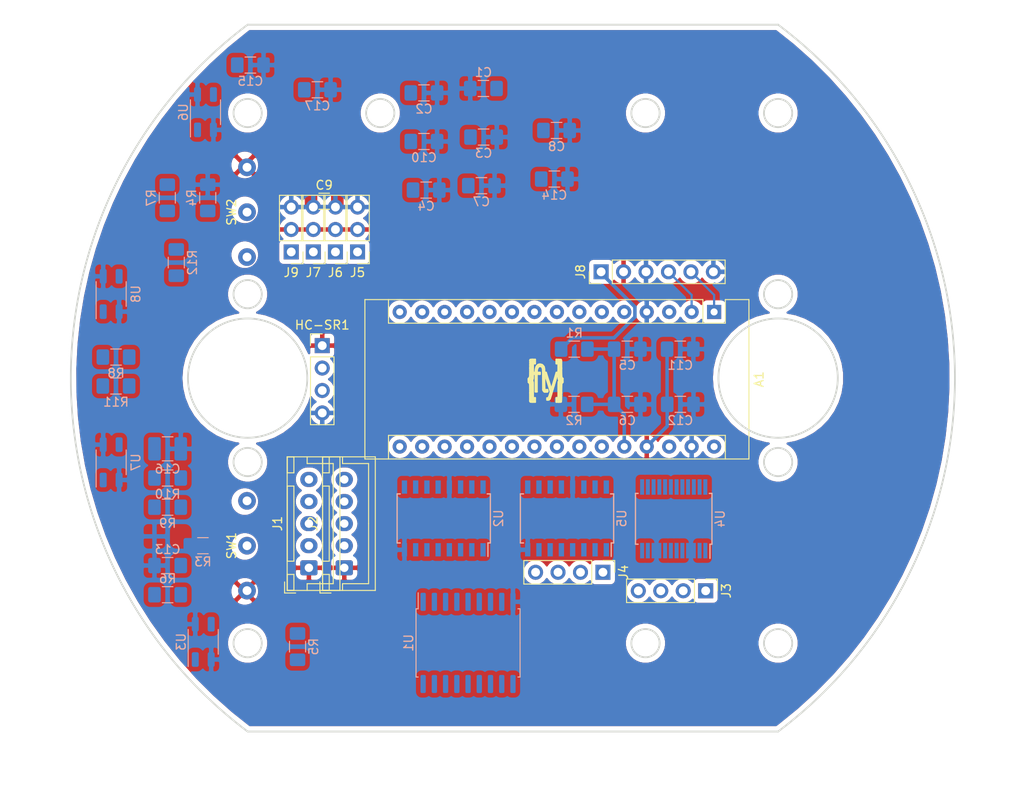
<source format=kicad_pcb>
(kicad_pcb (version 20171130) (host pcbnew "(5.1.4-0-10_14)")
  (layers (0 F.Cu signal hide) (31 B.Cu signal) (34 B.Paste user) (35 F.Paste user hide) (36 B.SilkS user) (37 F.SilkS user hide) (38 B.Mask user) (39 F.Mask user hide) (44 Edge.Cuts user))
  (net 0 "")
  (net 1 +5V)
  (net 2 GND)
  (net 3 SwFR)
  (net 4 SwFL)
  (net 5 "Net-(A1-Pad30)")
  (net 6 RCLK)
  (net 7 "Net-(A1-Pad28)")
  (net 8 SRCLK)
  (net 9 DATA)
  (net 10 "Net-(A1-Pad3)")
  (net 11 "Net-(A1-Pad18)")
  (net 12 RX)
  (net 13 "Net-(A1-Pad17)")
  (net 14 TX)
  (net 15 "Net-(U1-Pad7)")
  (net 16 "Net-(U1-Pad6)")
  (net 17 "Net-(U1-Pad5)")
  (net 18 "Net-(U1-Pad4)")
  (net 19 +BATT)
  (net 20 Servo4)
  (net 21 Servo3)
  (net 22 Servo2)
  (net 23 Servo1)
  (net 24 "Net-(SW1-Pad3)")
  (net 25 "Net-(SW2-Pad3)")
  (net 26 "Net-(A1-Pad21)")
  (net 27 BatV)
  (net 28 Sonar)
  (net 29 M2PWM)
  (net 30 M1PWM)
  (net 31 "Net-(J1-Pad5)")
  (net 32 "Net-(J1-Pad4)")
  (net 33 "Net-(J1-Pad3)")
  (net 34 "Net-(J1-Pad2)")
  (net 35 "Net-(J2-Pad5)")
  (net 36 "Net-(J2-Pad4)")
  (net 37 "Net-(J2-Pad3)")
  (net 38 "Net-(J2-Pad2)")
  (net 39 "Net-(J3-Pad4)")
  (net 40 "Net-(J3-Pad3)")
  (net 41 "Net-(J3-Pad2)")
  (net 42 "Net-(J3-Pad1)")
  (net 43 "Net-(U1-Pad8)")
  (net 44 "Net-(U1-Pad3)")
  (net 45 "Net-(U1-Pad2)")
  (net 46 "Net-(U1-Pad1)")
  (net 47 "Net-(U2-Pad9)")
  (net 48 "Net-(J4-Pad4)")
  (net 49 "Net-(J4-Pad3)")
  (net 50 "Net-(J4-Pad2)")
  (net 51 "Net-(J4-Pad1)")
  (net 52 OpFR)
  (net 53 "Net-(U4-Pad22)")
  (net 54 "Net-(U4-Pad21)")
  (net 55 "Net-(U4-Pad17)")
  (net 56 "Net-(U4-Pad16)")
  (net 57 "Net-(U5-Pad9)")
  (net 58 OpMR)
  (net 59 OpML)
  (net 60 OpFL)
  (net 61 "Net-(R5-Pad1)")
  (net 62 "Net-(R7-Pad1)")
  (net 63 "Net-(R9-Pad1)")
  (net 64 "Net-(R11-Pad1)")
  (net 65 "Net-(A1-Pad20)")
  (net 66 "Net-(A1-Pad19)")
  (module Capacitor_SMD:C_1206_3216Metric_Pad1.42x1.75mm_HandSolder (layer B.Cu) (at 162.0125 92.5)
    (fp_text reference C6 (at 0 1.82) (layer B.SilkS) (effects (justify mirror)))
    (fp_text value 10uF)
    (pad 2 smd roundrect (at 1.4875 0) (size 1.425 1.75) (layers B.Cu B.Paste B.Mask) (roundrect_rratio 0.175439) (net 2 GND))
    (pad 1 smd roundrect (at -1.4875 0) (size 1.425 1.75) (layers B.Cu B.Paste B.Mask) (roundrect_rratio 0.175439) (net 27 BatV))
  )
  (module Capacitor_SMD:C_1206_3216Metric_Pad1.42x1.75mm_HandSolder (layer B.Cu) (at 153.7625 67)
    (fp_text reference C14 (at 0 1.82) (layer B.SilkS) (effects (justify mirror)))
    (fp_text value 100pF)
    (pad 2 smd roundrect (at 1.4875 0) (size 1.425 1.75) (layers B.Cu B.Paste B.Mask) (roundrect_rratio 0.175439) (net 2 GND))
    (pad 1 smd roundrect (at -1.4875 0) (size 1.425 1.75) (layers B.Cu B.Paste B.Mask) (roundrect_rratio 0.175439) (net 1 +5V))
  )
  (module Capacitor_SMD:C_1206_3216Metric_Pad1.42x1.75mm_HandSolder (layer B.Cu) (at 168.0125 92.5)
    (fp_text reference C12 (at 0 1.82) (layer B.SilkS) (effects (justify mirror)))
    (fp_text value 10uF)
    (pad 2 smd roundrect (at 1.4875 0) (size 1.425 1.75) (layers B.Cu B.Paste B.Mask) (roundrect_rratio 0.175439) (net 2 GND))
    (pad 1 smd roundrect (at -1.4875 0) (size 1.425 1.75) (layers B.Cu B.Paste B.Mask) (roundrect_rratio 0.175439) (net 1 +5V))
  )
  (module Capacitor_SMD:C_1206_3216Metric_Pad1.42x1.75mm_HandSolder (layer B.Cu) (at 168 86.25)
    (fp_text reference C11 (at 0 1.82) (layer B.SilkS) (effects (justify mirror)))
    (fp_text value 100pF)
    (pad 2 smd roundrect (at 1.4875 0) (size 1.425 1.75) (layers B.Cu B.Paste B.Mask) (roundrect_rratio 0.175439) (net 2 GND))
    (pad 1 smd roundrect (at -1.4875 0) (size 1.425 1.75) (layers B.Cu B.Paste B.Mask) (roundrect_rratio 0.175439) (net 1 +5V))
  )
  (module Capacitor_SMD:C_1206_3216Metric_Pad1.42x1.75mm_HandSolder (layer B.Cu) (at 139.0125 62.75)
    (fp_text reference C10 (at 0 1.82) (layer B.SilkS) (effects (justify mirror)))
    (fp_text value 10uF)
    (pad 2 smd roundrect (at 1.4875 0) (size 1.425 1.75) (layers B.Cu B.Paste B.Mask) (roundrect_rratio 0.175439) (net 2 GND))
    (pad 1 smd roundrect (at -1.4875 0) (size 1.425 1.75) (layers B.Cu B.Paste B.Mask) (roundrect_rratio 0.175439) (net 1 +5V))
  )
  (module Capacitor_SMD:C_1206_3216Metric_Pad1.42x1.75mm_HandSolder (layer F.Cu) (at 127.725001 69.515001)
    (fp_text reference C9 (at 0 -1.82) (layer F.SilkS))
    (fp_text value 100pF)
    (pad 2 smd roundrect (at 1.4875 0) (size 1.425 1.75) (layers F.Cu F.Paste F.Mask) (roundrect_rratio 0.175439) (net 2 GND))
    (pad 1 smd roundrect (at -1.4875 0) (size 1.425 1.75) (layers F.Cu F.Paste F.Mask) (roundrect_rratio 0.175439) (net 1 +5V))
  )
  (module Capacitor_SMD:C_1206_3216Metric_Pad1.42x1.75mm_HandSolder (layer B.Cu) (at 154.0125 61.5)
    (fp_text reference C8 (at 0 1.82) (layer B.SilkS) (effects (justify mirror)))
    (fp_text value 10uF)
    (pad 2 smd roundrect (at 1.4875 0) (size 1.425 1.75) (layers B.Cu B.Paste B.Mask) (roundrect_rratio 0.175439) (net 2 GND))
    (pad 1 smd roundrect (at -1.4875 0) (size 1.425 1.75) (layers B.Cu B.Paste B.Mask) (roundrect_rratio 0.175439) (net 1 +5V))
  )
  (module Capacitor_SMD:C_1206_3216Metric_Pad1.42x1.75mm_HandSolder (layer B.Cu) (at 145.5125 67.75)
    (fp_text reference C7 (at 0 1.82) (layer B.SilkS) (effects (justify mirror)))
    (fp_text value 100pF)
    (pad 2 smd roundrect (at 1.4875 0) (size 1.425 1.75) (layers B.Cu B.Paste B.Mask) (roundrect_rratio 0.175439) (net 2 GND))
    (pad 1 smd roundrect (at -1.4875 0) (size 1.425 1.75) (layers B.Cu B.Paste B.Mask) (roundrect_rratio 0.175439) (net 1 +5V))
  )
  (module Capacitor_SMD:C_1206_3216Metric_Pad1.42x1.75mm_HandSolder (layer B.Cu) (at 139.2625 68.25)
    (fp_text reference C4 (at 0 1.82) (layer B.SilkS) (effects (justify mirror)))
    (fp_text value 100pF)
    (pad 2 smd roundrect (at 1.4875 0) (size 1.425 1.75) (layers B.Cu B.Paste B.Mask) (roundrect_rratio 0.175439) (net 2 GND))
    (pad 1 smd roundrect (at -1.4875 0) (size 1.425 1.75) (layers B.Cu B.Paste B.Mask) (roundrect_rratio 0.175439) (net 1 +5V))
  )
  (module Capacitor_SMD:C_1206_3216Metric_Pad1.42x1.75mm_HandSolder (layer B.Cu) (at 145.7625 62.25)
    (fp_text reference C3 (at 0 1.82) (layer B.SilkS) (effects (justify mirror)))
    (fp_text value 10uF)
    (pad 2 smd roundrect (at 1.4875 0) (size 1.425 1.75) (layers B.Cu B.Paste B.Mask) (roundrect_rratio 0.175439) (net 2 GND))
    (pad 1 smd roundrect (at -1.4875 0) (size 1.425 1.75) (layers B.Cu B.Paste B.Mask) (roundrect_rratio 0.175439) (net 1 +5V))
  )
  (module Capacitor_SMD:C_1206_3216Metric_Pad1.42x1.75mm_HandSolder (layer B.Cu) (at 139.0125 57.25)
    (fp_text reference C2 (at 0 1.82) (layer B.SilkS) (effects (justify mirror)))
    (fp_text value 100pF)
    (pad 2 smd roundrect (at 1.4875 0) (size 1.425 1.75) (layers B.Cu B.Paste B.Mask) (roundrect_rratio 0.175439) (net 2 GND))
    (pad 1 smd roundrect (at -1.4875 0) (size 1.425 1.75) (layers B.Cu B.Paste B.Mask) (roundrect_rratio 0.175439) (net 1 +5V))
  )
  (module Capacitor_SMD:C_1206_3216Metric_Pad1.42x1.75mm_HandSolder (layer B.Cu) (at 145.7375 56.75 180)
    (fp_text reference C1 (at 0 1.82) (layer B.SilkS) (effects (justify mirror)))
    (fp_text value 100pF)
    (pad 2 smd roundrect (at 1.4875 0 180) (size 1.425 1.75) (layers B.Cu B.Paste B.Mask) (roundrect_rratio 0.175439) (net 2 GND))
    (pad 1 smd roundrect (at -1.4875 0 180) (size 1.425 1.75) (layers B.Cu B.Paste B.Mask) (roundrect_rratio 0.175439) (net 1 +5V))
  )
  (module Resistor_SMD:R_1206_3216Metric_Pad1.42x1.75mm_HandSolder (layer B.Cu) (at 110.0185 100.838)
    (fp_text reference R10 (at 0 1.82) (layer B.SilkS) (effects (justify mirror)))
    (fp_text value 10k)
    (pad 2 smd roundrect (at 1.4875 0) (size 1.425 1.75) (layers B.Cu B.Paste B.Mask) (roundrect_rratio 0.175439) (net 1 +5V))
    (pad 1 smd roundrect (at -1.4875 0) (size 1.425 1.75) (layers B.Cu B.Paste B.Mask) (roundrect_rratio 0.175439) (net 58 OpMR))
  )
  (module Resistor_SMD:R_1206_3216Metric_Pad1.42x1.75mm_HandSolder (layer B.Cu) (at 110.0185 104.14)
    (fp_text reference R9 (at 0 1.82) (layer B.SilkS) (effects (justify mirror)))
    (fp_text value 100)
    (pad 2 smd roundrect (at 1.4875 0) (size 1.425 1.75) (layers B.Cu B.Paste B.Mask) (roundrect_rratio 0.175439) (net 1 +5V))
    (pad 1 smd roundrect (at -1.4875 0) (size 1.425 1.75) (layers B.Cu B.Paste B.Mask) (roundrect_rratio 0.175439) (net 63 "Net-(R9-Pad1)"))
  )
  (module Resistor_SMD:R_1206_3216Metric_Pad1.42x1.75mm_HandSolder (layer B.Cu) (at 104.183001 87.148999)
    (fp_text reference R8 (at 0 1.82) (layer B.SilkS) (effects (justify mirror)))
    (fp_text value 10k)
    (pad 2 smd roundrect (at 1.4875 0) (size 1.425 1.75) (layers B.Cu B.Paste B.Mask) (roundrect_rratio 0.175439) (net 1 +5V))
    (pad 1 smd roundrect (at -1.4875 0) (size 1.425 1.75) (layers B.Cu B.Paste B.Mask) (roundrect_rratio 0.175439) (net 59 OpML))
  )
  (module Resistor_SMD:R_1206_3216Metric_Pad1.42x1.75mm_HandSolder (layer B.Cu) (at 110.0185 114.046 180)
    (fp_text reference R6 (at 0 1.82) (layer B.SilkS) (effects (justify mirror)))
    (fp_text value 10k)
    (pad 2 smd roundrect (at 1.4875 0 180) (size 1.425 1.75) (layers B.Cu B.Paste B.Mask) (roundrect_rratio 0.175439) (net 1 +5V))
    (pad 1 smd roundrect (at -1.4875 0 180) (size 1.425 1.75) (layers B.Cu B.Paste B.Mask) (roundrect_rratio 0.175439) (net 60 OpFL))
  )
  (module Resistor_SMD:R_1206_3216Metric_Pad1.42x1.75mm_HandSolder (layer B.Cu) (at 124.714 119.9245 90)
    (fp_text reference R5 (at 0 1.82 90) (layer B.SilkS) (effects (justify mirror)))
    (fp_text value 100)
    (pad 2 smd roundrect (at 1.4875 0 90) (size 1.425 1.75) (layers B.Cu B.Paste B.Mask) (roundrect_rratio 0.175439) (net 1 +5V))
    (pad 1 smd roundrect (at -1.4875 0 90) (size 1.425 1.75) (layers B.Cu B.Paste B.Mask) (roundrect_rratio 0.175439) (net 61 "Net-(R5-Pad1)"))
  )
  (module Resistor_SMD:R_1206_3216Metric_Pad1.42x1.75mm_HandSolder (layer B.Cu) (at 109.982 69.1245 270)
    (fp_text reference R7 (at 0 1.82 90) (layer B.SilkS) (effects (justify mirror)))
    (fp_text value 100)
    (pad 2 smd roundrect (at 1.4875 0 270) (size 1.425 1.75) (layers B.Cu B.Paste B.Mask) (roundrect_rratio 0.175439) (net 1 +5V))
    (pad 1 smd roundrect (at -1.4875 0 270) (size 1.425 1.75) (layers B.Cu B.Paste B.Mask) (roundrect_rratio 0.175439) (net 62 "Net-(R7-Pad1)"))
  )
  (module Resistor_SMD:R_1206_3216Metric_Pad1.42x1.75mm_HandSolder (layer B.Cu) (at 110.998 76.454 90)
    (fp_text reference R12 (at 0 1.82 90) (layer B.SilkS) (effects (justify mirror)))
    (fp_text value 10k)
    (pad 2 smd roundrect (at 1.4875 0 90) (size 1.425 1.75) (layers B.Cu B.Paste B.Mask) (roundrect_rratio 0.175439) (net 1 +5V))
    (pad 1 smd roundrect (at -1.4875 0 90) (size 1.425 1.75) (layers B.Cu B.Paste B.Mask) (roundrect_rratio 0.175439) (net 52 OpFR))
  )
  (module Resistor_SMD:R_1206_3216Metric_Pad1.42x1.75mm_HandSolder (layer B.Cu) (at 104.1765 90.424)
    (fp_text reference R11 (at 0 1.82) (layer B.SilkS) (effects (justify mirror)))
    (fp_text value 100)
    (pad 2 smd roundrect (at 1.4875 0) (size 1.425 1.75) (layers B.Cu B.Paste B.Mask) (roundrect_rratio 0.175439) (net 1 +5V))
    (pad 1 smd roundrect (at -1.4875 0) (size 1.425 1.75) (layers B.Cu B.Paste B.Mask) (roundrect_rratio 0.175439) (net 64 "Net-(R11-Pad1)"))
  )
  (module Resistor_SMD:R_1206_3216Metric_Pad1.42x1.75mm_HandSolder (layer B.Cu) (at 114.554 69.1245 270)
    (fp_text reference R4 (at 0 1.82 90) (layer B.SilkS) (effects (justify mirror)))
    (fp_text value 10k)
    (pad 2 smd roundrect (at 1.4875 0 270) (size 1.425 1.75) (layers B.Cu B.Paste B.Mask) (roundrect_rratio 0.175439) (net 3 SwFR))
    (pad 1 smd roundrect (at -1.4875 0 270) (size 1.425 1.75) (layers B.Cu B.Paste B.Mask) (roundrect_rratio 0.175439) (net 2 GND))
  )
  (module Resistor_SMD:R_1206_3216Metric_Pad1.42x1.75mm_HandSolder (layer B.Cu) (at 114.0125 108.5)
    (fp_text reference R3 (at 0 1.82) (layer B.SilkS) (effects (justify mirror)))
    (fp_text value 10k)
    (pad 2 smd roundrect (at 1.4875 0) (size 1.425 1.75) (layers B.Cu B.Paste B.Mask) (roundrect_rratio 0.175439) (net 4 SwFL))
    (pad 1 smd roundrect (at -1.4875 0) (size 1.425 1.75) (layers B.Cu B.Paste B.Mask) (roundrect_rratio 0.175439) (net 2 GND))
  )
  (module Resistor_SMD:R_1206_3216Metric_Pad1.42x1.75mm_HandSolder (layer B.Cu) (at 155.9875 92.5)
    (fp_text reference R2 (at 0 1.82) (layer B.SilkS) (effects (justify mirror)))
    (fp_text value 10k)
    (pad 2 smd roundrect (at 1.4875 0) (size 1.425 1.75) (layers B.Cu B.Paste B.Mask) (roundrect_rratio 0.175439) (net 27 BatV))
    (pad 1 smd roundrect (at -1.4875 0) (size 1.425 1.75) (layers B.Cu B.Paste B.Mask) (roundrect_rratio 0.175439) (net 2 GND))
  )
  (module Resistor_SMD:R_1206_3216Metric_Pad1.42x1.75mm_HandSolder (layer B.Cu) (at 156.0125 86.25 180)
    (fp_text reference R1 (at 0 1.82) (layer B.SilkS) (effects (justify mirror)))
    (fp_text value 10k)
    (pad 2 smd roundrect (at 1.4875 0 180) (size 1.425 1.75) (layers B.Cu B.Paste B.Mask) (roundrect_rratio 0.175439) (net 19 +BATT))
    (pad 1 smd roundrect (at -1.4875 0 180) (size 1.425 1.75) (layers B.Cu B.Paste B.Mask) (roundrect_rratio 0.175439) (net 27 BatV))
  )
  (module Capacitor_SMD:C_1206_3216Metric_Pad1.42x1.75mm_HandSolder (layer B.Cu) (at 126.9635 56.896)
    (fp_text reference C17 (at 0 1.82) (layer B.SilkS) (effects (justify mirror)))
    (fp_text value 100pF)
    (pad 2 smd roundrect (at 1.4875 0) (size 1.425 1.75) (layers B.Cu B.Paste B.Mask) (roundrect_rratio 0.175439) (net 2 GND))
    (pad 1 smd roundrect (at -1.4875 0) (size 1.425 1.75) (layers B.Cu B.Paste B.Mask) (roundrect_rratio 0.175439) (net 52 OpFR))
  )
  (module Capacitor_SMD:C_1206_3216Metric_Pad1.42x1.75mm_HandSolder (layer B.Cu) (at 119.38 54.102)
    (fp_text reference C15 (at 0 1.82) (layer B.SilkS) (effects (justify mirror)))
    (fp_text value 100pF)
    (pad 2 smd roundrect (at 1.4875 0) (size 1.425 1.75) (layers B.Cu B.Paste B.Mask) (roundrect_rratio 0.175439) (net 2 GND))
    (pad 1 smd roundrect (at -1.4875 0) (size 1.425 1.75) (layers B.Cu B.Paste B.Mask) (roundrect_rratio 0.175439) (net 59 OpML))
  )
  (module Capacitor_SMD:C_1206_3216Metric_Pad1.42x1.75mm_HandSolder (layer B.Cu) (at 110.0185 110.744 180)
    (fp_text reference C13 (at 0 1.82) (layer B.SilkS) (effects (justify mirror)))
    (fp_text value 100pF)
    (pad 2 smd roundrect (at 1.4875 0 180) (size 1.425 1.75) (layers B.Cu B.Paste B.Mask) (roundrect_rratio 0.175439) (net 2 GND))
    (pad 1 smd roundrect (at -1.4875 0 180) (size 1.425 1.75) (layers B.Cu B.Paste B.Mask) (roundrect_rratio 0.175439) (net 60 OpFL))
  )
  (module Capacitor_SMD:C_1206_3216Metric_Pad1.42x1.75mm_HandSolder (layer B.Cu) (at 162.0125 86.25)
    (fp_text reference C5 (at 0 1.82) (layer B.SilkS) (effects (justify mirror)))
    (fp_text value 100pF)
    (pad 2 smd roundrect (at 1.4875 0) (size 1.425 1.75) (layers B.Cu B.Paste B.Mask) (roundrect_rratio 0.175439) (net 2 GND))
    (pad 1 smd roundrect (at -1.4875 0) (size 1.425 1.75) (layers B.Cu B.Paste B.Mask) (roundrect_rratio 0.175439) (net 27 BatV))
  )
  (module Connector_PinHeader_2.54mm:PinHeader_1x06_P2.54mm_Vertical (layer F.Cu) (at 159.05 77.5 90)
    (fp_text reference J8 (at 0 -2.33 90) (layer F.SilkS))
    (fp_text value MainIO)
    (pad 6 thru_hole oval (at 0 12.7 90) (size 1.7 1.7) (drill 1) (layers *.Cu *.Mask) (net 2 GND))
    (pad 5 thru_hole oval (at 0 10.16 90) (size 1.7 1.7) (drill 1) (layers *.Cu *.Mask) (net 14 TX))
    (pad 4 thru_hole oval (at 0 7.62 90) (size 1.7 1.7) (drill 1) (layers *.Cu *.Mask) (net 12 RX))
    (pad 3 thru_hole oval (at 0 5.08 90) (size 1.7 1.7) (drill 1) (layers *.Cu *.Mask) (net 2 GND))
    (pad 2 thru_hole oval (at 0 2.54 90) (size 1.7 1.7) (drill 1) (layers *.Cu *.Mask) (net 1 +5V))
    (pad 1 thru_hole rect (at 0 0 90) (size 1.7 1.7) (drill 1) (layers *.Cu *.Mask) (net 19 +BATT))
  )
  (module Connector_JST:JST_XH_B5B-XH-A_1x05_P2.50mm_Vertical (layer F.Cu) (at 130 111 90)
    (fp_text reference J2 (at 5 -3.55 90) (layer F.SilkS))
    (fp_text value Steper2)
    (pad 5 thru_hole oval (at 10 0 90) (size 1.7 1.95) (drill 0.95) (layers *.Cu *.Mask) (net 35 "Net-(J2-Pad5)"))
    (pad 4 thru_hole oval (at 7.5 0 90) (size 1.7 1.95) (drill 0.95) (layers *.Cu *.Mask) (net 36 "Net-(J2-Pad4)"))
    (pad 3 thru_hole oval (at 5 0 90) (size 1.7 1.95) (drill 0.95) (layers *.Cu *.Mask) (net 37 "Net-(J2-Pad3)"))
    (pad 2 thru_hole oval (at 2.5 0 90) (size 1.7 1.95) (drill 0.95) (layers *.Cu *.Mask) (net 38 "Net-(J2-Pad2)"))
    (pad 1 thru_hole roundrect (at 0 0 90) (size 1.7 1.95) (drill 0.95) (layers *.Cu *.Mask) (roundrect_rratio 0.147059) (net 1 +5V))
  )
  (module Connector_JST:JST_XH_B5B-XH-A_1x05_P2.50mm_Vertical (layer F.Cu) (at 126 111 90)
    (fp_text reference J1 (at 5 -3.55 90) (layer F.SilkS))
    (fp_text value Steper1)
    (pad 5 thru_hole oval (at 10 0 90) (size 1.7 1.95) (drill 0.95) (layers *.Cu *.Mask) (net 31 "Net-(J1-Pad5)"))
    (pad 4 thru_hole oval (at 7.5 0 90) (size 1.7 1.95) (drill 0.95) (layers *.Cu *.Mask) (net 32 "Net-(J1-Pad4)"))
    (pad 3 thru_hole oval (at 5 0 90) (size 1.7 1.95) (drill 0.95) (layers *.Cu *.Mask) (net 33 "Net-(J1-Pad3)"))
    (pad 2 thru_hole oval (at 2.5 0 90) (size 1.7 1.95) (drill 0.95) (layers *.Cu *.Mask) (net 34 "Net-(J1-Pad2)"))
    (pad 1 thru_hole roundrect (at 0 0 90) (size 1.7 1.95) (drill 0.95) (layers *.Cu *.Mask) (roundrect_rratio 0.147059) (net 1 +5V))
  )
  (module Capacitor_SMD:C_1210_3225Metric_Pad1.42x2.65mm_HandSolder (layer B.Cu) (at 110.0185 97.536)
    (fp_text reference C16 (at 0 2.28) (layer B.SilkS) (effects (justify mirror)))
    (fp_text value 100pF)
    (pad 2 smd roundrect (at 1.4875 0) (size 1.425 2.65) (layers B.Cu B.Paste B.Mask) (roundrect_rratio 0.175439) (net 2 GND))
    (pad 1 smd roundrect (at -1.4875 0) (size 1.425 2.65) (layers B.Cu B.Paste B.Mask) (roundrect_rratio 0.175439) (net 58 OpMR))
  )
  (module OptoDevice:OnSemi_CASE100CY (layer B.Cu) (at 103.632 80.01)
    (fp_text reference U8 (at 2.794 0 90) (layer B.SilkS) (effects (justify mirror)))
    (fp_text value QRE1113)
    (pad 4 smd roundrect (at 0.9 2) (size 0.79 1.66) (layers B.Cu B.Paste B.Mask) (net 2 GND))
    (pad 1 smd roundrect (at -0.9 2) (size 0.79 1.66) (layers B.Cu B.Paste B.Mask) (net 64 "Net-(R11-Pad1)"))
    (pad 2 smd roundrect (at -0.9 -2) (size 0.79 1.66) (layers B.Cu B.Paste B.Mask) (net 2 GND))
    (pad 3 smd roundrect (at 0.9 -2) (size 0.79 1.66) (layers B.Cu B.Paste B.Mask) (net 52 OpFR))
  )
  (module OptoDevice:OnSemi_CASE100CY (layer B.Cu) (at 103.632 99.06)
    (fp_text reference U7 (at 2.794 0 90) (layer B.SilkS) (effects (justify mirror)))
    (fp_text value QRE1113)
    (pad 4 smd roundrect (at 0.9 2) (size 0.79 1.66) (layers B.Cu B.Paste B.Mask) (net 2 GND))
    (pad 1 smd roundrect (at -0.9 2) (size 0.79 1.66) (layers B.Cu B.Paste B.Mask) (net 63 "Net-(R9-Pad1)"))
    (pad 2 smd roundrect (at -0.9 -2) (size 0.79 1.66) (layers B.Cu B.Paste B.Mask) (net 2 GND))
    (pad 3 smd roundrect (at 0.9 -2) (size 0.79 1.66) (layers B.Cu B.Paste B.Mask) (net 58 OpMR))
  )
  (module OptoDevice:OnSemi_CASE100CY (layer B.Cu) (at 114.3 59.436)
    (fp_text reference U6 (at -2.5 0 90) (layer B.SilkS) (effects (justify mirror)))
    (fp_text value QRE1113)
    (pad 4 smd roundrect (at 0.9 2) (size 0.79 1.66) (layers B.Cu B.Paste B.Mask) (net 2 GND))
    (pad 1 smd roundrect (at -0.9 2) (size 0.79 1.66) (layers B.Cu B.Paste B.Mask) (net 62 "Net-(R7-Pad1)"))
    (pad 2 smd roundrect (at -0.9 -2) (size 0.79 1.66) (layers B.Cu B.Paste B.Mask) (net 2 GND))
    (pad 3 smd roundrect (at 0.9 -2) (size 0.79 1.66) (layers B.Cu B.Paste B.Mask) (net 59 OpML))
  )
  (module OptoDevice:OnSemi_CASE100CY (layer B.Cu) (at 114.046 119.38)
    (fp_text reference U3 (at -2.5 0 90) (layer B.SilkS) (effects (justify mirror)))
    (fp_text value QRE1113)
    (pad 4 smd roundrect (at 0.9 2) (size 0.79 1.66) (layers B.Cu B.Paste B.Mask) (net 2 GND))
    (pad 1 smd roundrect (at -0.9 2) (size 0.79 1.66) (layers B.Cu B.Paste B.Mask) (net 61 "Net-(R5-Pad1)"))
    (pad 2 smd roundrect (at -0.9 -2) (size 0.79 1.66) (layers B.Cu B.Paste B.Mask) (net 2 GND))
    (pad 3 smd roundrect (at 0.9 -2) (size 0.79 1.66) (layers B.Cu B.Paste B.Mask) (net 60 OpFL))
  )
  (module Connector_PinHeader_2.54mm:PinHeader_1x04_P2.54mm_Vertical (layer F.Cu) (at 159.258 111.506 270)
    (fp_text reference J4 (at 0 -2.33 90) (layer F.SilkS))
    (fp_text value "4 x OP")
    (pad 4 thru_hole oval (at 0 7.62 270) (size 1.7 1.7) (drill 1) (layers *.Cu *.Mask) (net 48 "Net-(J4-Pad4)"))
    (pad 3 thru_hole oval (at 0 5.08 270) (size 1.7 1.7) (drill 1) (layers *.Cu *.Mask) (net 49 "Net-(J4-Pad3)"))
    (pad 2 thru_hole oval (at 0 2.54 270) (size 1.7 1.7) (drill 1) (layers *.Cu *.Mask) (net 50 "Net-(J4-Pad2)"))
    (pad 1 thru_hole rect (at 0 0 270) (size 1.7 1.7) (drill 1) (layers *.Cu *.Mask) (net 51 "Net-(J4-Pad1)"))
  )
  (module Module:Arduino_Nano (layer F.Cu) (at 171.831 82.042 270)
    (fp_text reference A1 (at 7.62 -5.08 90) (layer F.SilkS))
    (fp_text value Arduino_Nano_v3.x)
    (pad 16 thru_hole oval (at 15.24 35.56 270) (size 1.6 1.6) (drill 0.8) (layers *.Cu *.Mask) (net 4 SwFL))
    (pad 15 thru_hole oval (at 0 35.56 270) (size 1.6 1.6) (drill 0.8) (layers *.Cu *.Mask) (net 3 SwFR))
    (pad 30 thru_hole oval (at 15.24 0 270) (size 1.6 1.6) (drill 0.8) (layers *.Cu *.Mask) (net 5 "Net-(A1-Pad30)"))
    (pad 14 thru_hole oval (at 0 33.02 270) (size 1.6 1.6) (drill 0.8) (layers *.Cu *.Mask) (net 8 SRCLK))
    (pad 29 thru_hole oval (at 15.24 2.54 270) (size 1.6 1.6) (drill 0.8) (layers *.Cu *.Mask) (net 2 GND))
    (pad 13 thru_hole oval (at 0 30.48 270) (size 1.6 1.6) (drill 0.8) (layers *.Cu *.Mask) (net 6 RCLK))
    (pad 28 thru_hole oval (at 15.24 5.08 270) (size 1.6 1.6) (drill 0.8) (layers *.Cu *.Mask) (net 7 "Net-(A1-Pad28)"))
    (pad 12 thru_hole oval (at 0 27.94 270) (size 1.6 1.6) (drill 0.8) (layers *.Cu *.Mask) (net 9 DATA))
    (pad 27 thru_hole oval (at 15.24 7.62 270) (size 1.6 1.6) (drill 0.8) (layers *.Cu *.Mask) (net 1 +5V))
    (pad 11 thru_hole oval (at 0 25.4 270) (size 1.6 1.6) (drill 0.8) (layers *.Cu *.Mask) (net 20 Servo4))
    (pad 26 thru_hole oval (at 15.24 10.16 270) (size 1.6 1.6) (drill 0.8) (layers *.Cu *.Mask) (net 27 BatV))
    (pad 10 thru_hole oval (at 0 22.86 270) (size 1.6 1.6) (drill 0.8) (layers *.Cu *.Mask) (net 21 Servo3))
    (pad 25 thru_hole oval (at 15.24 12.7 270) (size 1.6 1.6) (drill 0.8) (layers *.Cu *.Mask) (net 52 OpFR))
    (pad 9 thru_hole oval (at 0 20.32 270) (size 1.6 1.6) (drill 0.8) (layers *.Cu *.Mask) (net 29 M2PWM))
    (pad 24 thru_hole oval (at 15.24 15.24 270) (size 1.6 1.6) (drill 0.8) (layers *.Cu *.Mask) (net 58 OpMR))
    (pad 8 thru_hole oval (at 0 17.78 270) (size 1.6 1.6) (drill 0.8) (layers *.Cu *.Mask) (net 30 M1PWM))
    (pad 23 thru_hole oval (at 15.24 17.78 270) (size 1.6 1.6) (drill 0.8) (layers *.Cu *.Mask) (net 59 OpML))
    (pad 7 thru_hole oval (at 0 15.24 270) (size 1.6 1.6) (drill 0.8) (layers *.Cu *.Mask) (net 28 Sonar))
    (pad 22 thru_hole oval (at 15.24 20.32 270) (size 1.6 1.6) (drill 0.8) (layers *.Cu *.Mask) (net 60 OpFL))
    (pad 6 thru_hole oval (at 0 12.7 270) (size 1.6 1.6) (drill 0.8) (layers *.Cu *.Mask) (net 22 Servo2))
    (pad 21 thru_hole oval (at 15.24 22.86 270) (size 1.6 1.6) (drill 0.8) (layers *.Cu *.Mask) (net 26 "Net-(A1-Pad21)"))
    (pad 5 thru_hole oval (at 0 10.16 270) (size 1.6 1.6) (drill 0.8) (layers *.Cu *.Mask) (net 23 Servo1))
    (pad 20 thru_hole oval (at 15.24 25.4 270) (size 1.6 1.6) (drill 0.8) (layers *.Cu *.Mask) (net 65 "Net-(A1-Pad20)"))
    (pad 4 thru_hole oval (at 0 7.62 270) (size 1.6 1.6) (drill 0.8) (layers *.Cu *.Mask) (net 2 GND))
    (pad 19 thru_hole oval (at 15.24 27.94 270) (size 1.6 1.6) (drill 0.8) (layers *.Cu *.Mask) (net 66 "Net-(A1-Pad19)"))
    (pad 3 thru_hole oval (at 0 5.08 270) (size 1.6 1.6) (drill 0.8) (layers *.Cu *.Mask) (net 10 "Net-(A1-Pad3)"))
    (pad 18 thru_hole oval (at 15.24 30.48 270) (size 1.6 1.6) (drill 0.8) (layers *.Cu *.Mask) (net 11 "Net-(A1-Pad18)"))
    (pad 2 thru_hole oval (at 0 2.54 270) (size 1.6 1.6) (drill 0.8) (layers *.Cu *.Mask) (net 12 RX))
    (pad 17 thru_hole oval (at 15.24 33.02 270) (size 1.6 1.6) (drill 0.8) (layers *.Cu *.Mask) (net 13 "Net-(A1-Pad17)"))
    (pad 1 thru_hole rect (at 0 0 270) (size 1.6 1.6) (drill 0.8) (layers *.Cu *.Mask) (net 14 TX))
  )
  (module Package_SO:SOIC-18W_7.5x11.6mm_P1.27mm (layer B.Cu) (at 144 119.5 270)
    (fp_text reference U1 (at 0 6.72 90) (layer B.SilkS) (effects (justify mirror)))
    (fp_text value ULN2003A)
    (pad 18 smd roundrect (at 4.65 5.08 270) (size 2.05 0.6) (layers B.Cu B.Paste B.Mask) (net 34 "Net-(J1-Pad2)"))
    (pad 17 smd roundrect (at 4.65 3.81 270) (size 2.05 0.6) (layers B.Cu B.Paste B.Mask) (net 33 "Net-(J1-Pad3)"))
    (pad 16 smd roundrect (at 4.65 2.54 270) (size 2.05 0.6) (layers B.Cu B.Paste B.Mask) (net 32 "Net-(J1-Pad4)"))
    (pad 15 smd roundrect (at 4.65 1.27 270) (size 2.05 0.6) (layers B.Cu B.Paste B.Mask) (net 31 "Net-(J1-Pad5)"))
    (pad 14 smd roundrect (at 4.65 0 270) (size 2.05 0.6) (layers B.Cu B.Paste B.Mask) (net 38 "Net-(J2-Pad2)"))
    (pad 13 smd roundrect (at 4.65 -1.27 270) (size 2.05 0.6) (layers B.Cu B.Paste B.Mask) (net 37 "Net-(J2-Pad3)"))
    (pad 12 smd roundrect (at 4.65 -2.54 270) (size 2.05 0.6) (layers B.Cu B.Paste B.Mask) (net 36 "Net-(J2-Pad4)"))
    (pad 11 smd roundrect (at 4.65 -3.81 270) (size 2.05 0.6) (layers B.Cu B.Paste B.Mask) (net 35 "Net-(J2-Pad5)"))
    (pad 10 smd roundrect (at 4.65 -5.08 270) (size 2.05 0.6) (layers B.Cu B.Paste B.Mask) (net 1 +5V))
    (pad 9 smd roundrect (at -4.65 -5.08 270) (size 2.05 0.6) (layers B.Cu B.Paste B.Mask) (net 2 GND))
    (pad 8 smd roundrect (at -4.65 -3.81 270) (size 2.05 0.6) (layers B.Cu B.Paste B.Mask) (net 43 "Net-(U1-Pad8)"))
    (pad 7 smd roundrect (at -4.65 -2.54 270) (size 2.05 0.6) (layers B.Cu B.Paste B.Mask) (net 15 "Net-(U1-Pad7)"))
    (pad 6 smd roundrect (at -4.65 -1.27 270) (size 2.05 0.6) (layers B.Cu B.Paste B.Mask) (net 16 "Net-(U1-Pad6)"))
    (pad 5 smd roundrect (at -4.65 0 270) (size 2.05 0.6) (layers B.Cu B.Paste B.Mask) (net 17 "Net-(U1-Pad5)"))
    (pad 4 smd roundrect (at -4.65 1.27 270) (size 2.05 0.6) (layers B.Cu B.Paste B.Mask) (net 18 "Net-(U1-Pad4)"))
    (pad 3 smd roundrect (at -4.65 2.54 270) (size 2.05 0.6) (layers B.Cu B.Paste B.Mask) (net 44 "Net-(U1-Pad3)"))
    (pad 2 smd roundrect (at -4.65 3.81 270) (size 2.05 0.6) (layers B.Cu B.Paste B.Mask) (net 45 "Net-(U1-Pad2)"))
    (pad 1 smd roundrect (at -4.65 5.08 270) (size 2.05 0.6) (layers B.Cu B.Paste B.Mask) (net 46 "Net-(U1-Pad1)"))
  )
  (module "SquashedFly Logo:SquashedFly Logo" (layer F.Cu) (at 152.75 89.75)
    (fp_text reference Logo1 hide)
    (fp_text value SquashedFlyLogo hide)
  )
  (module Connector_PinHeader_2.54mm:PinHeader_1x04_P2.54mm_Vertical (layer F.Cu) (at 170.8785 113.6015 270)
    (fp_text reference J3 (at 0 -2.33 90) (layer F.SilkS))
    (fp_text value "H Bridge")
    (pad 4 thru_hole oval (at 0 7.62 270) (size 1.7 1.7) (drill 1) (layers *.Cu *.Mask) (net 39 "Net-(J3-Pad4)"))
    (pad 3 thru_hole oval (at 0 5.08 270) (size 1.7 1.7) (drill 1) (layers *.Cu *.Mask) (net 40 "Net-(J3-Pad3)"))
    (pad 2 thru_hole oval (at 0 2.54 270) (size 1.7 1.7) (drill 1) (layers *.Cu *.Mask) (net 41 "Net-(J3-Pad2)"))
    (pad 1 thru_hole rect (at 0 0 270) (size 1.7 1.7) (drill 1) (layers *.Cu *.Mask) (net 42 "Net-(J3-Pad1)"))
  )
  (module Connector_PinHeader_2.54mm:PinHeader_1x03_P2.54mm_Vertical (layer F.Cu) (at 124 75.25 180)
    (fp_text reference J9 (at 0 -2.33) (layer F.SilkS))
    (fp_text value Servo4)
    (pad 3 thru_hole oval (at 0 5.08 180) (size 1.7 1.7) (drill 1) (layers *.Cu *.Mask) (net 2 GND))
    (pad 2 thru_hole oval (at 0 2.54 180) (size 1.7 1.7) (drill 1) (layers *.Cu *.Mask) (net 1 +5V))
    (pad 1 thru_hole rect (at 0 0 180) (size 1.7 1.7) (drill 1) (layers *.Cu *.Mask) (net 20 Servo4))
  )
  (module Package_SO:SSOP-24_5.3x8.2mm_P0.65mm (layer B.Cu) (at 167.263 105.454 90)
    (fp_text reference U4 (at 0 5.25 90) (layer B.SilkS) (effects (justify mirror)))
    (fp_text value TB6612FNG)
    (pad 24 smd rect (at 3.6 3.575 90) (size 1.75 0.45) (layers B.Cu B.Paste B.Mask) (net 1 +5V))
    (pad 23 smd rect (at 3.6 2.925 90) (size 1.75 0.45) (layers B.Cu B.Paste B.Mask) (net 30 M1PWM))
    (pad 22 smd rect (at 3.6 2.275 90) (size 1.75 0.45) (layers B.Cu B.Paste B.Mask) (net 53 "Net-(U4-Pad22)"))
    (pad 21 smd rect (at 3.6 1.625 90) (size 1.75 0.45) (layers B.Cu B.Paste B.Mask) (net 54 "Net-(U4-Pad21)"))
    (pad 20 smd rect (at 3.6 0.975 90) (size 1.75 0.45) (layers B.Cu B.Paste B.Mask) (net 1 +5V))
    (pad 19 smd rect (at 3.6 0.325 90) (size 1.75 0.45) (layers B.Cu B.Paste B.Mask) (net 1 +5V))
    (pad 18 smd rect (at 3.6 -0.325 90) (size 1.75 0.45) (layers B.Cu B.Paste B.Mask) (net 2 GND))
    (pad 17 smd rect (at 3.6 -0.975 90) (size 1.75 0.45) (layers B.Cu B.Paste B.Mask) (net 55 "Net-(U4-Pad17)"))
    (pad 16 smd rect (at 3.6 -1.625 90) (size 1.75 0.45) (layers B.Cu B.Paste B.Mask) (net 56 "Net-(U4-Pad16)"))
    (pad 15 smd rect (at 3.6 -2.275 90) (size 1.75 0.45) (layers B.Cu B.Paste B.Mask) (net 29 M2PWM))
    (pad 14 smd rect (at 3.6 -2.925 90) (size 1.75 0.45) (layers B.Cu B.Paste B.Mask) (net 1 +5V))
    (pad 13 smd rect (at 3.6 -3.575 90) (size 1.75 0.45) (layers B.Cu B.Paste B.Mask) (net 1 +5V))
    (pad 12 smd rect (at -3.6 -3.575 90) (size 1.75 0.45) (layers B.Cu B.Paste B.Mask) (net 39 "Net-(J3-Pad4)"))
    (pad 11 smd rect (at -3.6 -2.925 90) (size 1.75 0.45) (layers B.Cu B.Paste B.Mask) (net 39 "Net-(J3-Pad4)"))
    (pad 10 smd rect (at -3.6 -2.275 90) (size 1.75 0.45) (layers B.Cu B.Paste B.Mask) (net 2 GND))
    (pad 9 smd rect (at -3.6 -1.625 90) (size 1.75 0.45) (layers B.Cu B.Paste B.Mask) (net 2 GND))
    (pad 8 smd rect (at -3.6 -0.975 90) (size 1.75 0.45) (layers B.Cu B.Paste B.Mask) (net 40 "Net-(J3-Pad3)"))
    (pad 7 smd rect (at -3.6 -0.325 90) (size 1.75 0.45) (layers B.Cu B.Paste B.Mask) (net 40 "Net-(J3-Pad3)"))
    (pad 6 smd rect (at -3.6 0.325 90) (size 1.75 0.45) (layers B.Cu B.Paste B.Mask) (net 41 "Net-(J3-Pad2)"))
    (pad 5 smd rect (at -3.6 0.975 90) (size 1.75 0.45) (layers B.Cu B.Paste B.Mask) (net 41 "Net-(J3-Pad2)"))
    (pad 4 smd rect (at -3.6 1.625 90) (size 1.75 0.45) (layers B.Cu B.Paste B.Mask) (net 2 GND))
    (pad 3 smd rect (at -3.6 2.275 90) (size 1.75 0.45) (layers B.Cu B.Paste B.Mask) (net 2 GND))
    (pad 2 smd rect (at -3.6 2.925 90) (size 1.75 0.45) (layers B.Cu B.Paste B.Mask) (net 42 "Net-(J3-Pad1)"))
    (pad 1 smd rect (at -3.6 3.575 90) (size 1.75 0.45) (layers B.Cu B.Paste B.Mask) (net 42 "Net-(J3-Pad1)"))
  )
  (module Connector_PinHeader_2.54mm:PinHeader_1x04_P2.54mm_Vertical (layer F.Cu) (at 127.508 85.852)
    (fp_text reference HC-SR1 (at 0 -2.33) (layer F.SilkS))
    (fp_text value HC-SR04)
    (pad 4 thru_hole oval (at 0 7.62) (size 1.7 1.7) (drill 1) (layers *.Cu *.Mask) (net 2 GND))
    (pad 3 thru_hole oval (at 0 5.08) (size 1.7 1.7) (drill 1) (layers *.Cu *.Mask) (net 28 Sonar))
    (pad 2 thru_hole oval (at 0 2.54) (size 1.7 1.7) (drill 1) (layers *.Cu *.Mask) (net 28 Sonar))
    (pad 1 thru_hole rect (at 0 0) (size 1.7 1.7) (drill 1) (layers *.Cu *.Mask) (net 1 +5V))
  )
  (module Connector_PinHeader_2.54mm:PinHeader_1x03_P2.54mm_Vertical (layer F.Cu) (at 126.5 75.25 180)
    (fp_text reference J7 (at 0 -2.33) (layer F.SilkS))
    (fp_text value Servo3)
    (pad 3 thru_hole oval (at 0 5.08 180) (size 1.7 1.7) (drill 1) (layers *.Cu *.Mask) (net 2 GND))
    (pad 2 thru_hole oval (at 0 2.54 180) (size 1.7 1.7) (drill 1) (layers *.Cu *.Mask) (net 1 +5V))
    (pad 1 thru_hole rect (at 0 0 180) (size 1.7 1.7) (drill 1) (layers *.Cu *.Mask) (net 21 Servo3))
  )
  (module Connector_PinHeader_2.54mm:PinHeader_1x03_P2.54mm_Vertical (layer F.Cu) (at 129 75.25 180)
    (fp_text reference J6 (at 0 -2.33) (layer F.SilkS))
    (fp_text value Servo2)
    (pad 3 thru_hole oval (at 0 5.08 180) (size 1.7 1.7) (drill 1) (layers *.Cu *.Mask) (net 2 GND))
    (pad 2 thru_hole oval (at 0 2.54 180) (size 1.7 1.7) (drill 1) (layers *.Cu *.Mask) (net 1 +5V))
    (pad 1 thru_hole rect (at 0 0 180) (size 1.7 1.7) (drill 1) (layers *.Cu *.Mask) (net 22 Servo2))
  )
  (module Connector_PinHeader_2.54mm:PinHeader_1x03_P2.54mm_Vertical (layer F.Cu) (at 131.5 75.25 180)
    (fp_text reference J5 (at 0 -2.33) (layer F.SilkS))
    (fp_text value Servo1)
    (pad 3 thru_hole oval (at 0 5.08 180) (size 1.7 1.7) (drill 1) (layers *.Cu *.Mask) (net 2 GND))
    (pad 2 thru_hole oval (at 0 2.54 180) (size 1.7 1.7) (drill 1) (layers *.Cu *.Mask) (net 1 +5V))
    (pad 1 thru_hole rect (at 0 0 180) (size 1.7 1.7) (drill 1) (layers *.Cu *.Mask) (net 23 Servo1))
  )
  (module Package_SO:SOIC-16W_5.3x10.2mm_P1.27mm (layer B.Cu) (at 155.194 105.41 90)
    (fp_text reference U5 (at 0 6.2 90) (layer B.SilkS) (effects (justify mirror)))
    (fp_text value 74HC595)
    (pad 16 smd rect (at 3.55 4.445 90) (size 1.5 0.6) (layers B.Cu B.Paste B.Mask) (net 1 +5V))
    (pad 15 smd rect (at 3.55 3.175 90) (size 1.5 0.6) (layers B.Cu B.Paste B.Mask) (net 54 "Net-(U4-Pad21)"))
    (pad 14 smd rect (at 3.55 1.905 90) (size 1.5 0.6) (layers B.Cu B.Paste B.Mask) (net 47 "Net-(U2-Pad9)"))
    (pad 13 smd rect (at 3.55 0.635 90) (size 1.5 0.6) (layers B.Cu B.Paste B.Mask) (net 2 GND))
    (pad 12 smd rect (at 3.55 -0.635 90) (size 1.5 0.6) (layers B.Cu B.Paste B.Mask) (net 6 RCLK))
    (pad 11 smd rect (at 3.55 -1.905 90) (size 1.5 0.6) (layers B.Cu B.Paste B.Mask) (net 8 SRCLK))
    (pad 10 smd rect (at 3.55 -3.175 90) (size 1.5 0.6) (layers B.Cu B.Paste B.Mask) (net 1 +5V))
    (pad 9 smd rect (at 3.55 -4.445 90) (size 1.5 0.6) (layers B.Cu B.Paste B.Mask) (net 57 "Net-(U5-Pad9)"))
    (pad 8 smd rect (at -3.55 -4.445 90) (size 1.5 0.6) (layers B.Cu B.Paste B.Mask) (net 2 GND))
    (pad 7 smd rect (at -3.55 -3.175 90) (size 1.5 0.6) (layers B.Cu B.Paste B.Mask) (net 48 "Net-(J4-Pad4)"))
    (pad 6 smd rect (at -3.55 -1.905 90) (size 1.5 0.6) (layers B.Cu B.Paste B.Mask) (net 49 "Net-(J4-Pad3)"))
    (pad 5 smd rect (at -3.55 -0.635 90) (size 1.5 0.6) (layers B.Cu B.Paste B.Mask) (net 50 "Net-(J4-Pad2)"))
    (pad 4 smd rect (at -3.55 0.635 90) (size 1.5 0.6) (layers B.Cu B.Paste B.Mask) (net 51 "Net-(J4-Pad1)"))
    (pad 3 smd rect (at -3.55 1.905 90) (size 1.5 0.6) (layers B.Cu B.Paste B.Mask) (net 56 "Net-(U4-Pad16)"))
    (pad 2 smd rect (at -3.55 3.175 90) (size 1.5 0.6) (layers B.Cu B.Paste B.Mask) (net 55 "Net-(U4-Pad17)"))
    (pad 1 smd rect (at -3.55 4.445 90) (size 1.5 0.6) (layers B.Cu B.Paste B.Mask) (net 53 "Net-(U4-Pad22)"))
  )
  (module Package_SO:SOIC-16W_5.3x10.2mm_P1.27mm (layer B.Cu) (at 141.25 105.41 90)
    (fp_text reference U2 (at 0 6.2 90) (layer B.SilkS) (effects (justify mirror)))
    (fp_text value 74HC595)
    (pad 16 smd rect (at 3.55 4.445 90) (size 1.5 0.6) (layers B.Cu B.Paste B.Mask) (net 1 +5V))
    (pad 15 smd rect (at 3.55 3.175 90) (size 1.5 0.6) (layers B.Cu B.Paste B.Mask) (net 43 "Net-(U1-Pad8)"))
    (pad 14 smd rect (at 3.55 1.905 90) (size 1.5 0.6) (layers B.Cu B.Paste B.Mask) (net 9 DATA))
    (pad 13 smd rect (at 3.55 0.635 90) (size 1.5 0.6) (layers B.Cu B.Paste B.Mask) (net 2 GND))
    (pad 12 smd rect (at 3.55 -0.635 90) (size 1.5 0.6) (layers B.Cu B.Paste B.Mask) (net 6 RCLK))
    (pad 11 smd rect (at 3.55 -1.905 90) (size 1.5 0.6) (layers B.Cu B.Paste B.Mask) (net 8 SRCLK))
    (pad 10 smd rect (at 3.55 -3.175 90) (size 1.5 0.6) (layers B.Cu B.Paste B.Mask) (net 1 +5V))
    (pad 9 smd rect (at 3.55 -4.445 90) (size 1.5 0.6) (layers B.Cu B.Paste B.Mask) (net 47 "Net-(U2-Pad9)"))
    (pad 8 smd rect (at -3.55 -4.445 90) (size 1.5 0.6) (layers B.Cu B.Paste B.Mask) (net 2 GND))
    (pad 7 smd rect (at -3.55 -3.175 90) (size 1.5 0.6) (layers B.Cu B.Paste B.Mask) (net 46 "Net-(U1-Pad1)"))
    (pad 6 smd rect (at -3.55 -1.905 90) (size 1.5 0.6) (layers B.Cu B.Paste B.Mask) (net 45 "Net-(U1-Pad2)"))
    (pad 5 smd rect (at -3.55 -0.635 90) (size 1.5 0.6) (layers B.Cu B.Paste B.Mask) (net 44 "Net-(U1-Pad3)"))
    (pad 4 smd rect (at -3.55 0.635 90) (size 1.5 0.6) (layers B.Cu B.Paste B.Mask) (net 18 "Net-(U1-Pad4)"))
    (pad 3 smd rect (at -3.55 1.905 90) (size 1.5 0.6) (layers B.Cu B.Paste B.Mask) (net 17 "Net-(U1-Pad5)"))
    (pad 2 smd rect (at -3.55 3.175 90) (size 1.5 0.6) (layers B.Cu B.Paste B.Mask) (net 16 "Net-(U1-Pad6)"))
    (pad 1 smd rect (at -3.55 4.445 90) (size 1.5 0.6) (layers B.Cu B.Paste B.Mask) (net 15 "Net-(U1-Pad7)"))
  )
  (module "DF-M Series Micro Switches:TypeD" (layer F.Cu) (at 119 108.5 270)
    (fp_text reference SW1 (at 0 1.75 90) (layer F.SilkS))
    (fp_text value FL)
    (pad 3 thru_hole circle (at -5.08 0 270) (size 2 2) (drill 1) (layers *.Cu *.Mask) (net 24 "Net-(SW1-Pad3)"))
    (pad 2 thru_hole circle (at 0 0 270) (size 2 2) (drill 1) (layers *.Cu *.Mask) (net 4 SwFL))
    (pad 1 thru_hole circle (at 5.08 0 270) (size 2 2) (drill 1) (layers *.Cu *.Mask) (net 1 +5V))
  )
  (module "DF-M Series Micro Switches:TypeC" (layer F.Cu) (at 119 70.75 270)
    (fp_text reference SW2 (at 0 1.75 90) (layer F.SilkS))
    (fp_text value FR)
    (pad 1 thru_hole circle (at -5.08 0 270) (size 2 2) (drill 1) (layers *.Cu *.Mask) (net 1 +5V))
    (pad 2 thru_hole circle (at 0 0 270) (size 2 2) (drill 1) (layers *.Cu *.Mask) (net 3 SwFR))
    (pad 3 thru_hole circle (at 5.08 0 270) (size 2 2) (drill 1) (layers *.Cu *.Mask) (net 25 "Net-(SW2-Pad3)"))
  )
  (gr_arc (start 149.07 89.53) (end 179.07 129.53) (angle -106.2602047) (layer Edge.Cuts) (width 0.2))
  (gr_circle (center 164.070001 59.53) (end 165.67 59.53) (layer Edge.Cuts) (width 0.2))
  (gr_circle (center 119.070001 59.53) (end 120.670001 59.53) (layer Edge.Cuts) (width 0.2))
  (gr_circle (center 179.070001 99.030001) (end 180.670001 99.030001) (layer Edge.Cuts) (width 0.2))
  (gr_circle (center 179.070001 119.53) (end 180.670001 119.53) (layer Edge.Cuts) (width 0.2))
  (gr_circle (center 164.070001 119.53) (end 165.67 119.53) (layer Edge.Cuts) (width 0.2))
  (gr_circle (center 119.070001 99.03) (end 120.670001 99.03) (layer Edge.Cuts) (width 0.2))
  (gr_circle (center 119.070001 119.53) (end 120.670001 119.53) (layer Edge.Cuts) (width 0.2))
  (gr_circle (center 179.070001 89.53) (end 185.820001 89.53) (layer Edge.Cuts) (width 0.2))
  (gr_circle (center 179.070001 80.03) (end 180.670001 80.03) (layer Edge.Cuts) (width 0.2))
  (gr_circle (center 179.070001 59.53) (end 180.670001 59.53) (layer Edge.Cuts) (width 0.2))
  (gr_circle (center 119.070001 89.53) (end 125.820001 89.53) (layer Edge.Cuts) (width 0.2))
  (gr_circle (center 134.070001 59.53) (end 135.670001 59.53) (layer Edge.Cuts) (width 0.2))
  (gr_circle (center 119.070001 80.03) (end 120.670001 80.03) (layer Edge.Cuts) (width 0.2))
  (gr_line (start 119.070001 129.53) (end 179.07 129.53) (layer Edge.Cuts) (width 0.2))
  (gr_arc (start 149.070001 89.53) (end 119.070001 49.53) (angle -106.2602047) (layer Edge.Cuts) (width 0.2))
  (gr_line (start 179.07 49.53) (end 119.070001 49.53) (layer Edge.Cuts) (width 0.2))
  (segment (start 166.525 94.968) (end 166.525 92.5) (width 0.4) (layer B.Cu) (net 1))
  (segment (start 164.211 97.282) (end 166.525 94.968) (width 0.4) (layer B.Cu) (net 1))
  (segment (start 166.5125 92.4875) (end 166.525 92.5) (width 0.4) (layer B.Cu) (net 1))
  (segment (start 166.5125 86.25) (end 166.5125 92.4875) (width 0.4) (layer B.Cu) (net 1))
  (segment (start 169.291 80.121) (end 166.67 77.5) (width 0.25) (layer B.Cu) (net 12))
  (segment (start 169.291 82.042) (end 169.291 80.121) (width 0.25) (layer B.Cu) (net 12))
  (segment (start 171.831 80.121) (end 169.21 77.5) (width 0.25) (layer B.Cu) (net 14))
  (segment (start 171.831 82.042) (end 171.831 80.121) (width 0.25) (layer B.Cu) (net 14))
  (segment (start 159.05 77.644998) (end 159.05 77.5) (width 0.4) (layer B.Cu) (net 19))
  (segment (start 162.871001 82.618001) (end 162.871001 81.465999) (width 0.4) (layer B.Cu) (net 19))
  (segment (start 162.871001 81.465999) (end 159.05 77.644998) (width 0.4) (layer B.Cu) (net 19))
  (segment (start 160.514012 84.97499) (end 162.871001 82.618001) (width 0.4) (layer B.Cu) (net 19))
  (segment (start 155.80001 84.97499) (end 160.514012 84.97499) (width 0.4) (layer B.Cu) (net 19))
  (segment (start 154.525 86.25) (end 155.80001 84.97499) (width 0.4) (layer B.Cu) (net 19))
  (segment (start 157.5 86.25) (end 160.525 86.25) (width 0.4) (layer B.Cu) (net 27))
  (segment (start 160.525 92.5) (end 160.525 86.25) (width 0.4) (layer B.Cu) (net 27))
  (segment (start 157.475 92.5) (end 160.525 92.5) (width 0.4) (layer B.Cu) (net 27))
  (segment (start 161.671 93.646) (end 160.525 92.5) (width 0.4) (layer B.Cu) (net 27))
  (segment (start 161.671 97.282) (end 161.671 93.646) (width 0.4) (layer B.Cu) (net 27))
  (zone (net 2) (net_name GND) (layer B.Cu) (connect_pads (clearance 0.508)) (min_thickness 0.254) (fill yes (arc_segments 32) (thermal_gap 0.508) (thermal_bridge_width 0.508))
    (polygon (pts (xy 91.059 47.244) (xy 206.756 46.736) (xy 206.883 138.43) (xy 91.186 138.43)))
  )
  (zone (net 1) (net_name +5V) (layer F.Cu) (connect_pads (clearance 0.508)) (min_thickness 0.254) (fill yes (arc_segments 32) (thermal_gap 0.508) (thermal_bridge_width 0.508))
    (polygon (pts (xy 88.646 48.514) (xy 208.534 48.006) (xy 207.772 133.858) (xy 88.646 133.858)))
  )
)
</source>
